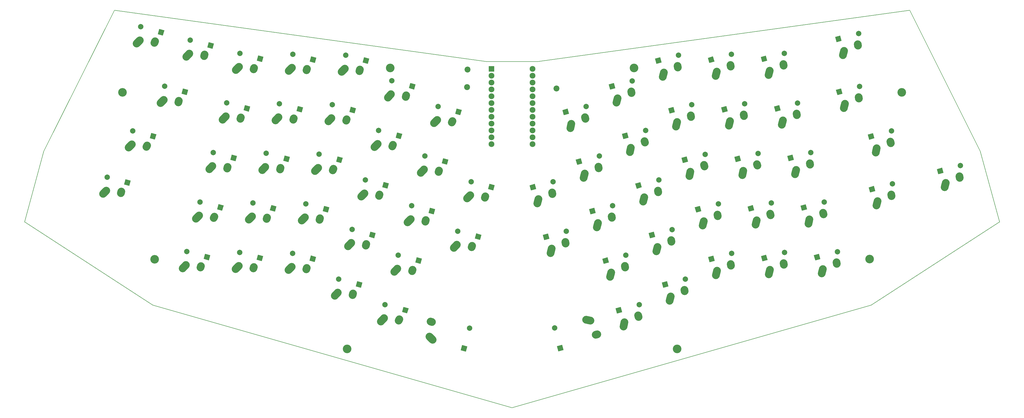
<source format=gts>
G04 #@! TF.FileFunction,Soldermask,Top*
%FSLAX46Y46*%
G04 Gerber Fmt 4.6, Leading zero omitted, Abs format (unit mm)*
G04 Created by KiCad (PCBNEW 4.0.7) date 09/07/18 18:10:35*
%MOMM*%
%LPD*%
G01*
G04 APERTURE LIST*
%ADD10C,0.100000*%
%ADD11C,0.150000*%
%ADD12C,2.900000*%
%ADD13C,2.000000*%
%ADD14C,3.200000*%
%ADD15C,2.200000*%
%ADD16R,2.152600X2.152600*%
%ADD17C,2.152600*%
G04 APERTURE END LIST*
D10*
D11*
X19050000Y-107156250D02*
X-28575000Y-76200000D01*
X152400000Y-145256250D02*
X19050000Y-107156250D01*
X285750000Y-107156250D02*
X152400000Y-145256250D01*
X333375000Y-76200000D02*
X285750000Y-107156250D01*
X326231250Y-50006250D02*
X333375000Y-76200000D01*
X300037500Y2381250D02*
X326231250Y-50006250D01*
X161925000Y-16668750D02*
X300037500Y2381250D01*
X142875000Y-16668750D02*
X161925000Y-16668750D01*
X4762500Y2381250D02*
X142875000Y-16668750D01*
X-21431250Y-50006250D02*
X4762500Y2381250D01*
X-28575000Y-76200000D02*
X-21431250Y-50006250D01*
D12*
X223549808Y-75963356D02*
X223144384Y-77583396D01*
X228620971Y-73487091D02*
X228732633Y-74056241D01*
X313419273Y-61743910D02*
X313013849Y-63363950D01*
X318490436Y-59267645D02*
X318602098Y-59836795D01*
X1718555Y-64602580D02*
X557427Y-65802864D01*
X7348442Y-64993652D02*
X7160570Y-65542382D01*
D10*
G36*
X60105196Y-14949035D02*
X59587558Y-16880887D01*
X57655706Y-16363249D01*
X58173344Y-14431397D01*
X60105196Y-14949035D01*
X60105196Y-14949035D01*
G37*
D13*
X51346229Y-13637354D03*
D10*
G36*
X41704309Y-10018532D02*
X41186671Y-11950384D01*
X39254819Y-11432746D01*
X39772457Y-9500894D01*
X41704309Y-10018532D01*
X41704309Y-10018532D01*
G37*
D13*
X32945342Y-8706851D03*
D10*
G36*
X23303422Y-5088030D02*
X22785784Y-7019882D01*
X20853932Y-6502244D01*
X21371570Y-4570392D01*
X23303422Y-5088030D01*
X23303422Y-5088030D01*
G37*
D13*
X14544455Y-3776349D03*
D10*
G36*
X55174693Y-33349922D02*
X54657055Y-35281774D01*
X52725203Y-34764136D01*
X53242841Y-32832284D01*
X55174693Y-33349922D01*
X55174693Y-33349922D01*
G37*
D13*
X46415726Y-32038241D03*
D10*
G36*
X32173585Y-27186794D02*
X31655947Y-29118646D01*
X29724095Y-28601008D01*
X30241733Y-26669156D01*
X32173585Y-27186794D01*
X32173585Y-27186794D01*
G37*
D13*
X23414618Y-25875113D03*
D10*
G36*
X50244191Y-51750809D02*
X49726553Y-53682661D01*
X47794701Y-53165023D01*
X48312339Y-51233171D01*
X50244191Y-51750809D01*
X50244191Y-51750809D01*
G37*
D13*
X41485224Y-50439128D03*
D10*
G36*
X20342749Y-43738742D02*
X19825111Y-45670594D01*
X17893259Y-45152956D01*
X18410897Y-43221104D01*
X20342749Y-43738742D01*
X20342749Y-43738742D01*
G37*
D13*
X11583782Y-42427061D03*
D10*
G36*
X45313688Y-70151696D02*
X44796050Y-72083548D01*
X42864198Y-71565910D01*
X43381836Y-69634058D01*
X45313688Y-70151696D01*
X45313688Y-70151696D01*
G37*
D13*
X36554721Y-68840015D03*
D10*
G36*
X10812025Y-60907003D02*
X10294387Y-62838855D01*
X8362535Y-62321217D01*
X8880173Y-60389365D01*
X10812025Y-60907003D01*
X10812025Y-60907003D01*
G37*
D13*
X2053058Y-59595322D03*
D10*
G36*
X79738709Y-15279316D02*
X79221071Y-17211168D01*
X77289219Y-16693530D01*
X77806857Y-14761678D01*
X79738709Y-15279316D01*
X79738709Y-15279316D01*
G37*
D13*
X70979742Y-13967635D03*
D10*
G36*
X99372222Y-15609597D02*
X98854584Y-17541449D01*
X96922732Y-17023811D01*
X97440370Y-15091959D01*
X99372222Y-15609597D01*
X99372222Y-15609597D01*
G37*
D13*
X90613255Y-14297916D03*
D10*
G36*
X94441719Y-34010484D02*
X93924081Y-35942336D01*
X91992229Y-35424698D01*
X92509867Y-33492846D01*
X94441719Y-34010484D01*
X94441719Y-34010484D01*
G37*
D13*
X85682752Y-32698803D03*
D10*
G36*
X74808206Y-33680203D02*
X74290568Y-35612055D01*
X72358716Y-35094417D01*
X72876354Y-33162565D01*
X74808206Y-33680203D01*
X74808206Y-33680203D01*
G37*
D13*
X66049239Y-32368522D03*
D10*
G36*
X89511216Y-52411371D02*
X88993578Y-54343223D01*
X87061726Y-53825585D01*
X87579364Y-51893733D01*
X89511216Y-52411371D01*
X89511216Y-52411371D01*
G37*
D13*
X80752249Y-51099690D03*
D10*
G36*
X69877703Y-52081090D02*
X69360065Y-54012942D01*
X67428213Y-53495304D01*
X67945851Y-51563452D01*
X69877703Y-52081090D01*
X69877703Y-52081090D01*
G37*
D13*
X61118736Y-50769409D03*
D10*
G36*
X64947200Y-70481977D02*
X64429562Y-72413829D01*
X62497710Y-71896191D01*
X63015348Y-69964339D01*
X64947200Y-70481977D01*
X64947200Y-70481977D01*
G37*
D13*
X56188233Y-69170296D03*
D10*
G36*
X60016698Y-88882864D02*
X59499060Y-90814716D01*
X57567208Y-90297078D01*
X58084846Y-88365226D01*
X60016698Y-88882864D01*
X60016698Y-88882864D01*
G37*
D13*
X51257731Y-87571183D03*
D10*
G36*
X40383185Y-88552583D02*
X39865547Y-90484435D01*
X37933695Y-89966797D01*
X38451333Y-88034945D01*
X40383185Y-88552583D01*
X40383185Y-88552583D01*
G37*
D13*
X31624218Y-87240902D03*
D10*
G36*
X133708744Y-34671046D02*
X133191106Y-36602898D01*
X131259254Y-36085260D01*
X131776892Y-34153408D01*
X133708744Y-34671046D01*
X133708744Y-34671046D01*
G37*
D13*
X124949777Y-33359365D03*
D10*
G36*
X116540483Y-25140322D02*
X116022845Y-27072174D01*
X114090993Y-26554536D01*
X114608631Y-24622684D01*
X116540483Y-25140322D01*
X116540483Y-25140322D01*
G37*
D13*
X107781516Y-23828641D03*
D10*
G36*
X111609980Y-43541209D02*
X111092342Y-45473061D01*
X109160490Y-44955423D01*
X109678128Y-43023571D01*
X111609980Y-43541209D01*
X111609980Y-43541209D01*
G37*
D13*
X102851013Y-42229528D03*
D10*
G36*
X128778241Y-53071933D02*
X128260603Y-55003785D01*
X126328751Y-54486147D01*
X126846389Y-52554295D01*
X128778241Y-53071933D01*
X128778241Y-53071933D01*
G37*
D13*
X120019274Y-51760252D03*
D10*
G36*
X106679477Y-61942096D02*
X106161839Y-63873948D01*
X104229987Y-63356310D01*
X104747625Y-61424458D01*
X106679477Y-61942096D01*
X106679477Y-61942096D01*
G37*
D13*
X97920510Y-60630415D03*
D10*
G36*
X84580713Y-70812258D02*
X84063075Y-72744110D01*
X82131223Y-72226472D01*
X82648861Y-70294620D01*
X84580713Y-70812258D01*
X84580713Y-70812258D01*
G37*
D13*
X75821746Y-69500577D03*
D10*
G36*
X101748974Y-80342983D02*
X101231336Y-82274835D01*
X99299484Y-81757197D01*
X99817122Y-79825345D01*
X101748974Y-80342983D01*
X101748974Y-80342983D01*
G37*
D13*
X92990007Y-79031302D03*
D10*
G36*
X79650210Y-89213145D02*
X79132572Y-91144997D01*
X77200720Y-90627359D01*
X77718358Y-88695507D01*
X79650210Y-89213145D01*
X79650210Y-89213145D01*
G37*
D13*
X70891243Y-87901464D03*
D10*
G36*
X96818472Y-98743870D02*
X96300834Y-100675722D01*
X94368982Y-100158084D01*
X94886620Y-98226232D01*
X96818472Y-98743870D01*
X96818472Y-98743870D01*
G37*
D13*
X88059505Y-97432189D03*
D10*
G36*
X145946503Y-62602658D02*
X145428865Y-64534510D01*
X143497013Y-64016872D01*
X144014651Y-62085020D01*
X145946503Y-62602658D01*
X145946503Y-62602658D01*
G37*
D13*
X137187536Y-61290977D03*
D10*
G36*
X123847739Y-71472820D02*
X123330101Y-73404672D01*
X121398249Y-72887034D01*
X121915887Y-70955182D01*
X123847739Y-71472820D01*
X123847739Y-71472820D01*
G37*
D13*
X115088772Y-70161139D03*
D10*
G36*
X141016000Y-81003545D02*
X140498362Y-82935397D01*
X138566510Y-82417759D01*
X139084148Y-80485907D01*
X141016000Y-81003545D01*
X141016000Y-81003545D01*
G37*
D13*
X132257033Y-79691864D03*
D10*
G36*
X118917236Y-89873707D02*
X118399598Y-91805559D01*
X116467746Y-91287921D01*
X116985384Y-89356069D01*
X118917236Y-89873707D01*
X118917236Y-89873707D01*
G37*
D13*
X110158269Y-88562026D03*
D10*
G36*
X113986733Y-108274594D02*
X113469095Y-110206446D01*
X111537243Y-109688808D01*
X112054881Y-107756956D01*
X113986733Y-108274594D01*
X113986733Y-108274594D01*
G37*
D13*
X105227766Y-106962913D03*
D10*
G36*
X135287008Y-124397557D02*
X133355156Y-123879919D01*
X133872794Y-121948067D01*
X135804646Y-122465705D01*
X135287008Y-124397557D01*
X135287008Y-124397557D01*
G37*
D13*
X136598689Y-115638590D03*
D10*
G36*
X159383948Y-64556091D02*
X158866310Y-62624239D01*
X160798162Y-62106601D01*
X161315800Y-64038453D01*
X159383948Y-64556091D01*
X159383948Y-64556091D01*
G37*
D13*
X167625277Y-61312558D03*
D10*
G36*
X181482713Y-73426254D02*
X180965075Y-71494402D01*
X182896927Y-70976764D01*
X183414565Y-72908616D01*
X181482713Y-73426254D01*
X181482713Y-73426254D01*
G37*
D13*
X189724042Y-70182721D03*
D10*
G36*
X164314451Y-82956978D02*
X163796813Y-81025126D01*
X165728665Y-80507488D01*
X166246303Y-82439340D01*
X164314451Y-82956978D01*
X164314451Y-82956978D01*
G37*
D13*
X172555780Y-79713445D03*
D10*
G36*
X186413215Y-91827141D02*
X185895577Y-89895289D01*
X187827429Y-89377651D01*
X188345067Y-91309503D01*
X186413215Y-91827141D01*
X186413215Y-91827141D01*
G37*
D13*
X194654544Y-88583608D03*
D10*
G36*
X191343718Y-110228028D02*
X190826080Y-108296176D01*
X192757932Y-107778538D01*
X193275570Y-109710390D01*
X191343718Y-110228028D01*
X191343718Y-110228028D01*
G37*
D13*
X199585047Y-106984495D03*
D10*
G36*
X171476575Y-123782762D02*
X169544723Y-124300400D01*
X169027085Y-122368548D01*
X170958937Y-121850910D01*
X171476575Y-123782762D01*
X171476575Y-123782762D01*
G37*
D13*
X168233042Y-115541433D03*
D10*
G36*
X171621707Y-36624480D02*
X171104069Y-34692628D01*
X173035921Y-34174990D01*
X173553559Y-36106842D01*
X171621707Y-36624480D01*
X171621707Y-36624480D01*
G37*
D13*
X179863036Y-33380947D03*
D10*
G36*
X188789968Y-27093755D02*
X188272330Y-25161903D01*
X190204182Y-24644265D01*
X190721820Y-26576117D01*
X188789968Y-27093755D01*
X188789968Y-27093755D01*
G37*
D13*
X197031297Y-23850222D03*
D10*
G36*
X193720471Y-45494642D02*
X193202833Y-43562790D01*
X195134685Y-43045152D01*
X195652323Y-44977004D01*
X193720471Y-45494642D01*
X193720471Y-45494642D01*
G37*
D13*
X201961800Y-42251109D03*
D10*
G36*
X176552210Y-55025367D02*
X176034572Y-53093515D01*
X177966424Y-52575877D01*
X178484062Y-54507729D01*
X176552210Y-55025367D01*
X176552210Y-55025367D01*
G37*
D13*
X184793539Y-51781834D03*
D10*
G36*
X198650974Y-63895529D02*
X198133336Y-61963677D01*
X200065188Y-61446039D01*
X200582826Y-63377891D01*
X198650974Y-63895529D01*
X198650974Y-63895529D01*
G37*
D13*
X206892303Y-60651996D03*
D10*
G36*
X220749738Y-72765692D02*
X220232100Y-70833840D01*
X222163952Y-70316202D01*
X222681590Y-72248054D01*
X220749738Y-72765692D01*
X220749738Y-72765692D01*
G37*
D13*
X228991067Y-69522159D03*
D10*
G36*
X203581477Y-82296416D02*
X203063839Y-80364564D01*
X204995691Y-79846926D01*
X205513329Y-81778778D01*
X203581477Y-82296416D01*
X203581477Y-82296416D01*
G37*
D13*
X211822806Y-79052883D03*
D10*
G36*
X225680241Y-91166579D02*
X225162603Y-89234727D01*
X227094455Y-88717089D01*
X227612093Y-90648941D01*
X225680241Y-91166579D01*
X225680241Y-91166579D01*
G37*
D13*
X233921570Y-87923046D03*
D10*
G36*
X208511979Y-100697303D02*
X207994341Y-98765451D01*
X209926193Y-98247813D01*
X210443831Y-100179665D01*
X208511979Y-100697303D01*
X208511979Y-100697303D01*
G37*
D13*
X216753308Y-97453770D03*
D10*
G36*
X225591742Y-17232750D02*
X225074104Y-15300898D01*
X227005956Y-14783260D01*
X227523594Y-16715112D01*
X225591742Y-17232750D01*
X225591742Y-17232750D01*
G37*
D13*
X233833071Y-13989217D03*
D10*
G36*
X205958230Y-17563031D02*
X205440592Y-15631179D01*
X207372444Y-15113541D01*
X207890082Y-17045393D01*
X205958230Y-17563031D01*
X205958230Y-17563031D01*
G37*
D13*
X214199559Y-14319498D03*
D10*
G36*
X210888732Y-35963918D02*
X210371094Y-34032066D01*
X212302946Y-33514428D01*
X212820584Y-35446280D01*
X210888732Y-35963918D01*
X210888732Y-35963918D01*
G37*
D13*
X219130061Y-32720385D03*
D10*
G36*
X230522245Y-35633637D02*
X230004607Y-33701785D01*
X231936459Y-33184147D01*
X232454097Y-35115999D01*
X230522245Y-35633637D01*
X230522245Y-35633637D01*
G37*
D13*
X238763574Y-32390104D03*
D10*
G36*
X215819235Y-54364805D02*
X215301597Y-52432953D01*
X217233449Y-51915315D01*
X217751087Y-53847167D01*
X215819235Y-54364805D01*
X215819235Y-54364805D01*
G37*
D13*
X224060564Y-51121272D03*
D10*
G36*
X235452748Y-54034524D02*
X234935110Y-52102672D01*
X236866962Y-51585034D01*
X237384600Y-53516886D01*
X235452748Y-54034524D01*
X235452748Y-54034524D01*
G37*
D13*
X243694077Y-50790991D03*
D10*
G36*
X240383251Y-72435411D02*
X239865613Y-70503559D01*
X241797465Y-69985921D01*
X242315103Y-71917773D01*
X240383251Y-72435411D01*
X240383251Y-72435411D01*
G37*
D13*
X248624580Y-69191878D03*
D10*
G36*
X245313753Y-90836298D02*
X244796115Y-88904446D01*
X246727967Y-88386808D01*
X247245605Y-90318660D01*
X245313753Y-90836298D01*
X245313753Y-90836298D01*
G37*
D13*
X253555082Y-87592765D03*
D10*
G36*
X264947266Y-90506017D02*
X264429628Y-88574165D01*
X266361480Y-88056527D01*
X266879118Y-89988379D01*
X264947266Y-90506017D01*
X264947266Y-90506017D01*
G37*
D13*
X273188595Y-87262484D03*
D10*
G36*
X245225255Y-16902469D02*
X244707617Y-14970617D01*
X246639469Y-14452979D01*
X247157107Y-16384831D01*
X245225255Y-16902469D01*
X245225255Y-16902469D01*
G37*
D13*
X253466584Y-13658936D03*
D10*
G36*
X272826585Y-9506714D02*
X272308947Y-7574862D01*
X274240799Y-7057224D01*
X274758437Y-8989076D01*
X272826585Y-9506714D01*
X272826585Y-9506714D01*
G37*
D13*
X281067914Y-6263181D03*
D10*
G36*
X273156866Y-29140227D02*
X272639228Y-27208375D01*
X274571080Y-26690737D01*
X275088718Y-28622589D01*
X273156866Y-29140227D01*
X273156866Y-29140227D01*
G37*
D13*
X281398195Y-25896694D03*
D10*
G36*
X250155758Y-35303356D02*
X249638120Y-33371504D01*
X251569972Y-32853866D01*
X252087610Y-34785718D01*
X250155758Y-35303356D01*
X250155758Y-35303356D01*
G37*
D13*
X258397087Y-32059823D03*
D10*
G36*
X284987702Y-45692176D02*
X284470064Y-43760324D01*
X286401916Y-43242686D01*
X286919554Y-45174538D01*
X284987702Y-45692176D01*
X284987702Y-45692176D01*
G37*
D13*
X293229031Y-42448643D03*
D10*
G36*
X255086261Y-53704243D02*
X254568623Y-51772391D01*
X256500475Y-51254753D01*
X257018113Y-53186605D01*
X255086261Y-53704243D01*
X255086261Y-53704243D01*
G37*
D13*
X263327590Y-50460710D03*
D10*
G36*
X260016763Y-72105130D02*
X259499125Y-70173278D01*
X261430977Y-69655640D01*
X261948615Y-71587492D01*
X260016763Y-72105130D01*
X260016763Y-72105130D01*
G37*
D13*
X268258092Y-68861597D03*
D10*
G36*
X285317983Y-65325688D02*
X284800345Y-63393836D01*
X286732197Y-62876198D01*
X287249835Y-64808050D01*
X285317983Y-65325688D01*
X285317983Y-65325688D01*
G37*
D13*
X293559312Y-62082155D03*
D10*
G36*
X310619203Y-58546247D02*
X310101565Y-56614395D01*
X312033417Y-56096757D01*
X312551055Y-58028609D01*
X310619203Y-58546247D01*
X310619203Y-58546247D01*
G37*
D13*
X318860532Y-55302714D03*
D14*
X19687856Y-90058484D03*
X285121582Y-90002555D03*
X91125356Y-123395984D03*
X213684082Y-123340054D03*
X7781605Y-28145984D03*
X297027833Y-28090054D03*
D15*
X135731250Y-26193750D03*
X135890000Y-19685000D03*
X168910000Y-26670000D03*
D12*
X248025327Y-20100132D02*
X247619903Y-21720172D01*
X253096490Y-17623867D02*
X253208152Y-18193017D01*
X51011728Y-18644612D02*
X49850600Y-19844896D01*
X56641615Y-19035684D02*
X56453743Y-19584414D01*
X70645240Y-18974893D02*
X69484112Y-20175177D01*
X76275127Y-19365965D02*
X76087255Y-19914695D01*
X90278751Y-19305174D02*
X89117623Y-20505458D01*
X95908638Y-19696246D02*
X95720766Y-20244976D01*
X107447015Y-28835897D02*
X106285887Y-30036181D01*
X113076902Y-29226969D02*
X112889030Y-29775699D01*
X124615276Y-38366623D02*
X123454148Y-39566907D01*
X130245163Y-38757695D02*
X130057291Y-39306425D01*
X174421779Y-39822143D02*
X174016355Y-41442183D01*
X179492942Y-37345878D02*
X179604604Y-37915028D01*
X191590038Y-30291420D02*
X191184614Y-31911460D01*
X196661201Y-27815155D02*
X196772863Y-28384305D01*
X208758302Y-20760695D02*
X208352878Y-22380735D01*
X213829465Y-18284430D02*
X213941127Y-18853580D01*
X228391813Y-20430414D02*
X227986389Y-22050454D01*
X233462976Y-17954149D02*
X233574638Y-18523299D01*
X41150720Y-55446385D02*
X39989592Y-56646669D01*
X46780607Y-55837457D02*
X46592735Y-56386187D01*
X87725004Y-102439445D02*
X86563876Y-103639729D01*
X93354891Y-102830517D02*
X93167019Y-103379247D01*
X109823766Y-93569284D02*
X108662638Y-94769568D01*
X115453653Y-93960356D02*
X115265781Y-94509086D01*
X275626657Y-12704381D02*
X275221233Y-14324421D01*
X280697820Y-10228116D02*
X280809482Y-10797266D01*
X75487244Y-74507834D02*
X74326116Y-75708118D01*
X81117131Y-74898906D02*
X80929259Y-75447636D01*
X257886333Y-56901908D02*
X257480909Y-58521948D01*
X262957496Y-54425643D02*
X263069158Y-54994793D01*
X50923228Y-92578440D02*
X49762100Y-93778724D01*
X56553115Y-92969512D02*
X56365243Y-93518242D01*
X80417746Y-56106948D02*
X79256618Y-57307232D01*
X86047633Y-56498020D02*
X85859761Y-57046750D01*
X14209954Y-8783606D02*
X13048826Y-9983890D01*
X19839841Y-9174678D02*
X19651969Y-9723408D01*
X228480311Y-94364244D02*
X228074887Y-95984284D01*
X233551474Y-91887979D02*
X233663136Y-92457129D01*
X85348249Y-37706060D02*
X84187121Y-38906344D01*
X90978136Y-38097132D02*
X90790264Y-38645862D01*
X181530201Y-112910688D02*
X179910161Y-112505264D01*
X184006466Y-117981851D02*
X183437316Y-118093513D01*
X287787773Y-48889840D02*
X287382349Y-50509880D01*
X292858936Y-46413575D02*
X292970598Y-46982725D01*
X32610840Y-13714109D02*
X31449712Y-14914393D01*
X38240727Y-14105181D02*
X38052855Y-14653911D01*
X97586009Y-65637673D02*
X96424881Y-66837957D01*
X103215896Y-66028745D02*
X103028024Y-66577475D01*
X114754268Y-75168397D02*
X113593140Y-76368681D01*
X120384155Y-75559469D02*
X120196283Y-76108199D01*
X184282785Y-76623918D02*
X183877361Y-78243958D01*
X189353948Y-74147653D02*
X189465610Y-74716803D01*
X213688804Y-39161583D02*
X213283380Y-40781623D01*
X218759967Y-36685318D02*
X218871629Y-37254468D01*
X201451045Y-67093194D02*
X201045621Y-68713234D01*
X206522208Y-64616929D02*
X206633870Y-65186079D01*
X218619305Y-57562469D02*
X218213881Y-59182509D01*
X223690468Y-55086204D02*
X223802130Y-55655354D01*
X238252819Y-57232188D02*
X237847395Y-58852228D01*
X243323982Y-54755923D02*
X243435644Y-55325073D01*
X136853033Y-66298235D02*
X135691905Y-67498519D01*
X142482920Y-66689307D02*
X142295048Y-67238037D01*
X211312051Y-103894969D02*
X210906627Y-105515009D01*
X216383214Y-101418704D02*
X216494876Y-101987854D01*
X31289716Y-92248160D02*
X30128588Y-93448444D01*
X36919603Y-92639232D02*
X36731731Y-93187962D01*
X104893265Y-111970170D02*
X103732137Y-113170454D01*
X110523152Y-112361242D02*
X110335280Y-112909972D01*
X206381547Y-85494082D02*
X205976123Y-87114122D01*
X211452710Y-83017817D02*
X211564372Y-83586967D01*
X189213288Y-95024805D02*
X188807864Y-96644845D01*
X194284451Y-92548540D02*
X194396113Y-93117690D01*
X11249280Y-47434318D02*
X10088152Y-48634602D01*
X16879167Y-47825390D02*
X16691295Y-48374120D01*
X233322316Y-38831302D02*
X232916892Y-40451342D01*
X238393479Y-36355037D02*
X238505141Y-36924187D01*
X252955829Y-38501020D02*
X252550405Y-40121060D01*
X258026992Y-36024755D02*
X258138654Y-36593905D01*
X243183323Y-75633075D02*
X242777899Y-77253115D01*
X248254486Y-73156810D02*
X248366148Y-73725960D01*
X131922531Y-84699121D02*
X130761403Y-85899405D01*
X137552418Y-85090193D02*
X137364546Y-85638923D01*
X167114522Y-86154643D02*
X166709098Y-87774683D01*
X172185685Y-83678378D02*
X172297347Y-84247528D01*
X275956939Y-32337891D02*
X275551515Y-33957931D01*
X281028102Y-29861626D02*
X281139764Y-30430776D01*
X46081225Y-37045499D02*
X44920097Y-38245783D01*
X51711112Y-37436571D02*
X51523240Y-37985301D01*
X102516511Y-47236785D02*
X101355383Y-48437069D01*
X108146398Y-47627857D02*
X107958526Y-48176587D01*
X194143788Y-113425692D02*
X193738364Y-115045732D01*
X199214951Y-110949427D02*
X199326613Y-111518577D01*
X162184020Y-67753756D02*
X161778596Y-69373796D01*
X167255183Y-65277491D02*
X167366845Y-65846641D01*
X267747336Y-93703681D02*
X267341912Y-95323721D01*
X272818499Y-91227416D02*
X272930161Y-91796566D01*
X288118054Y-68523353D02*
X287712630Y-70143393D01*
X293189217Y-66047088D02*
X293300879Y-66616238D01*
X60784234Y-55776667D02*
X59623106Y-56976951D01*
X66414121Y-56167739D02*
X66226249Y-56716469D01*
X262816833Y-75302793D02*
X262411409Y-76922833D01*
X267887996Y-72826528D02*
X267999658Y-73395678D01*
X121748853Y-118802525D02*
X122949137Y-119963653D01*
X122139925Y-113172638D02*
X122688655Y-113360510D01*
X119684773Y-56767510D02*
X118523645Y-57967794D01*
X125314660Y-57158582D02*
X125126788Y-57707312D01*
X23080117Y-30882369D02*
X21918989Y-32082653D01*
X28710004Y-31273441D02*
X28522132Y-31822171D01*
X196520542Y-48692307D02*
X196115118Y-50312347D01*
X201591705Y-46216042D02*
X201703367Y-46785192D01*
X248113826Y-94033963D02*
X247708402Y-95654003D01*
X253184989Y-91557698D02*
X253296651Y-92126848D01*
X92655506Y-84038558D02*
X91494378Y-85238842D01*
X98285393Y-84429630D02*
X98097521Y-84978360D01*
X65714737Y-37375779D02*
X64553609Y-38576063D01*
X71344624Y-37766851D02*
X71156752Y-38315581D01*
X70556741Y-92908722D02*
X69395613Y-94109006D01*
X76186628Y-93299794D02*
X75998756Y-93848524D01*
X55853730Y-74177553D02*
X54692602Y-75377837D01*
X61483617Y-74568625D02*
X61295745Y-75117355D01*
X179352281Y-58223031D02*
X178946857Y-59843071D01*
X184423444Y-55746766D02*
X184535106Y-56315916D01*
X36220219Y-73847273D02*
X35059091Y-75047557D01*
X41850106Y-74238345D02*
X41662234Y-74787075D01*
D16*
X144780000Y-19367500D03*
D17*
X144780000Y-21907500D03*
X144780000Y-24447500D03*
X144780000Y-26987500D03*
X144780000Y-29527500D03*
X144780000Y-32067500D03*
X144780000Y-34607500D03*
X144780000Y-37147500D03*
X144780000Y-39687500D03*
X144780000Y-42227500D03*
X144780000Y-44767500D03*
X144780000Y-47307500D03*
X160020000Y-47307500D03*
X160020000Y-44767500D03*
X160020000Y-42227500D03*
X160020000Y-39687500D03*
X160020000Y-37147500D03*
X160020000Y-34607500D03*
X160020000Y-32067500D03*
X160020000Y-29527500D03*
X160020000Y-26987500D03*
X160020000Y-24447500D03*
X160020000Y-21907500D03*
X160020000Y-19367500D03*
D14*
X197643750Y-19050000D03*
X107156250Y-19050000D03*
M02*

</source>
